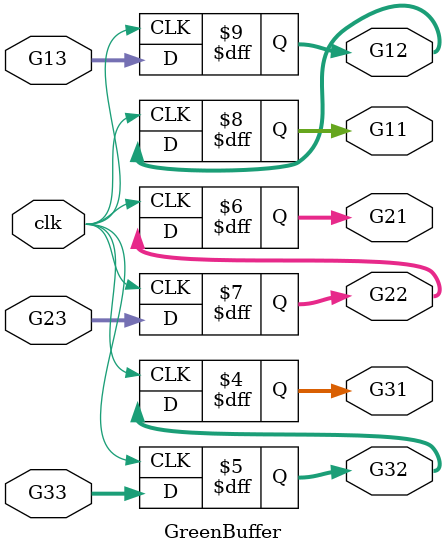
<source format=v>
module GreenBuffer (
    input [9:0] G13,
    input [9:0] G23,
    input [9:0] G33,
    input       clk,

    output reg [9:0] G11,
    output reg [9:0] G12,
    output reg [9:0] G21,
    output reg [9:0] G22,
    output reg [9:0] G31,
    output reg [9:0] G32
    
);
//第一行
always @(posedge clk) begin
    G12<=G13;
    G11<=G12;
end

//第二行
always @(posedge clk) begin
    G22<=G23;
    G21<=G22;
end

//第三行
always @(posedge clk) begin
    G32<=G33;
    G31<=G32;
end

endmodule //GreenBuffer
</source>
